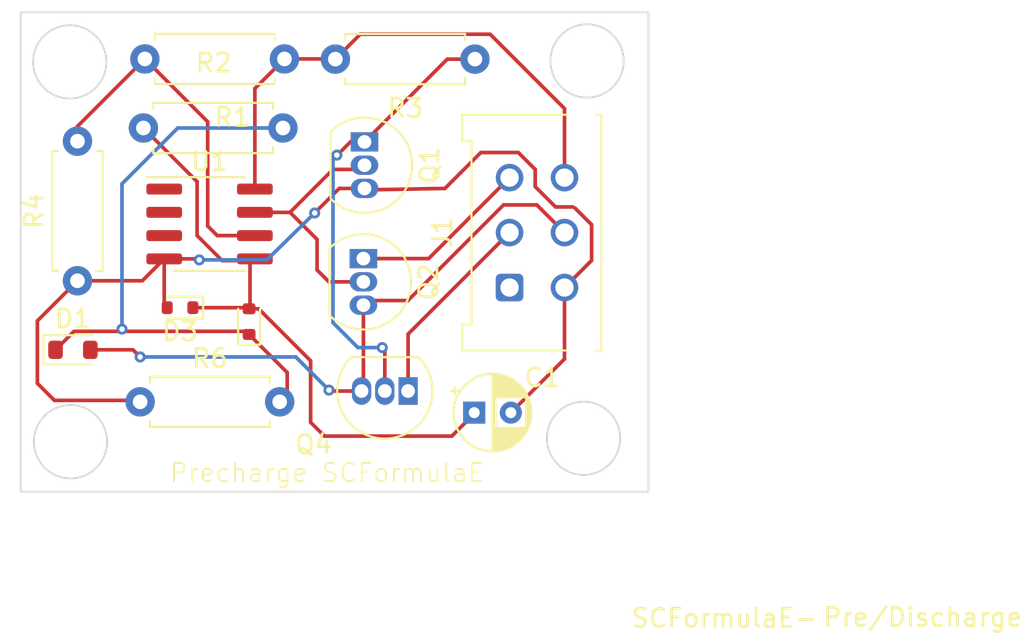
<source format=kicad_pcb>
(kicad_pcb (version 20221018) (generator pcbnew)
  (layers (0 "F.Cu" signal) (31 "B.Cu" signal) (34 "B.Paste" user) (35 "F.Paste" user) (36 "B.SilkS" user "B.Silkscreen") (37 "F.SilkS" user "F.Silkscreen") (38 "B.Mask" user) (39 "F.Mask" user) (44 "Edge.Cuts" user))
  (net 0 "")
  (net 1 "Vcc")
  (net 2 "Net-(D2-A)")
  (net 3 "Net-(D1-K)")
  (net 4 "/opamp_out_inv")
  (net 5 "PreAIR")
  (net 6 "/opamp_out")
  (net 7 "GND")
  (net 8 "SDCin")
  (net 9 "AIR+")
  (net 10 "Net-(U1-IN_B-)")
  (footprint "Resistor_THT:R_Axial_DIN0207_L6.3mm_D2.5mm_P7.62mm_Horizontal" (layer "F.Cu") (at 106.68 114.26)
    (fp_text reference "R2" (at 3.84 -3.56) (layer "F.SilkS"))
    (fp_text value "1.8M")
    (fp_line (start 0.54 -1.37) (end 7.08 -1.37) (stroke (width 0.12)) (layer "F.SilkS"))
    (fp_line (start 0.54 -1.04) (end 0.54 -1.37) (stroke (width 0.12)) (layer "F.SilkS"))
    (fp_line (start 0.54 1.04) (end 0.54 1.37) (stroke (width 0.12)) (layer "F.SilkS"))
    (fp_line (start 0.54 1.37) (end 7.08 1.37) (stroke (width 0.12)) (layer "F.SilkS"))
    (fp_line (start 7.08 -1.37) (end 7.08 -1.04) (stroke (width 0.12)) (layer "F.SilkS"))
    (fp_line (start 7.08 1.37) (end 7.08 1.04) (stroke (width 0.12)) (layer "F.SilkS"))
    (pad "1" thru_hole circle (at 0 0) (size 1.6 1.6) (drill 0.8) (layers "*.Cu" "*.Mask") (net 2 "Net-(D2-A)"))
    (pad "2" thru_hole oval (at 7.62 0) (size 1.6 1.6) (drill 0.8) (layers "*.Cu" "*.Mask") (net 3 "Net-(D1-K)"))
  )
  (footprint "Resistor_THT:R_Axial_DIN0207_L6.3mm_D2.5mm_P7.62mm_Horizontal" (layer "F.Cu") (at 103.08 122.6 90)
    (fp_text reference "R4" (at 3.81 -2.37 90) (layer "F.SilkS"))
    (fp_text value "10k")
    (fp_line (start 0.54 -1.37) (end 7.08 -1.37) (stroke (width 0.12)) (layer "F.SilkS"))
    (fp_line (start 0.54 -1.04) (end 0.54 -1.37) (stroke (width 0.12)) (layer "F.SilkS"))
    (fp_line (start 0.54 1.04) (end 0.54 1.37) (stroke (width 0.12)) (layer "F.SilkS"))
    (fp_line (start 0.54 1.37) (end 7.08 1.37) (stroke (width 0.12)) (layer "F.SilkS"))
    (fp_line (start 7.08 -1.37) (end 7.08 -1.04) (stroke (width 0.12)) (layer "F.SilkS"))
    (fp_line (start 7.08 1.37) (end 7.08 1.04) (stroke (width 0.12)) (layer "F.SilkS"))
    (pad "1" thru_hole circle (at 0 0 90) (size 1.6 1.6) (drill 0.8) (layers "*.Cu" "*.Mask") (net 7 "GND"))
    (pad "2" thru_hole oval (at 7.62 0 90) (size 1.6 1.6) (drill 0.8) (layers "*.Cu" "*.Mask") (net 10 "Net-(U1-IN_B-)"))
  )
  (footprint "Package_TO_SOT_THT:TO-92_Inline" (layer "F.Cu") (at 121.13 128.62 180)
    (fp_text reference "Q4" (at 5.16 -2.92) (layer "F.SilkS"))
    (fp_text value "VP3203N3-G")
    (fp_line (start -0.53 1.85) (end 3.07 1.85) (stroke (width 0.12)) (layer "F.SilkS"))
    (fp_arc (start -0.568478 1.838478) (mid -1.132087 -0.994977) (end 1.27 -2.6) (stroke (width 0.12)) (layer "F.SilkS"))
    (fp_arc (start 1.27 -2.6) (mid 3.672087 -0.994977) (end 3.108478 1.838478) (stroke (width 0.12)) (layer "F.SilkS"))
    (pad "1" thru_hole rect (at 0 0 180) (size 1.05 1.5) (drill 0.75) (layers "*.Cu" "*.Mask") (net 9 "AIR+"))
    (pad "2" thru_hole oval (at 1.27 0 180) (size 1.05 1.5) (drill 0.75) (layers "*.Cu" "*.Mask") (net 4 "/opamp_out_inv"))
    (pad "3" thru_hole oval (at 2.54 0 180) (size 1.05 1.5) (drill 0.75) (layers "*.Cu" "*.Mask") (net 8 "SDCin"))
  )
  (footprint "Connector_Molex:Molex_Micro-Fit_3.0_43045-0612_2x03_P3.00mm_Vertical" (layer "F.Cu") (at 126.67 122.97 90)
    (fp_text reference "J1" (at 3 -3.67 90) (layer "F.SilkS"))
    (fp_text value "Conn_01x06")
    (fp_line (start -3.435 -2.58) (end -2.015 -2.58) (stroke (width 0.12)) (layer "F.SilkS"))
    (fp_line (start -3.435 3.18) (end -3.435 -2.58) (stroke (width 0.12)) (layer "F.SilkS"))
    (fp_line (start -3.435 4.7) (end -3.435 5.01) (stroke (width 0.12)) (layer "F.SilkS"))
    (fp_line (start -3.435 5.01) (end 9.435 5.01) (stroke (width 0.12)) (layer "F.SilkS"))
    (fp_line (start -2.015 -2.58) (end -2.015 -2.08) (stroke (width 0.12)) (layer "F.SilkS"))
    (fp_line (start -2.015 -2.08) (end 8.015 -2.08) (stroke (width 0.12)) (layer "F.SilkS"))
    (fp_line (start 8.015 -2.58) (end 9.435 -2.58) (stroke (width 0.12)) (layer "F.SilkS"))
    (fp_line (start 8.015 -2.08) (end 8.015 -2.58) (stroke (width 0.12)) (layer "F.SilkS"))
    (fp_line (start 9.435 -2.58) (end 9.435 3.18) (stroke (width 0.12)) (layer "F.SilkS"))
    (fp_line (start 9.435 5.01) (end 9.435 4.7) (stroke (width 0.12)) (layer "F.SilkS"))
    (pad "" np_thru_hole circle (at -3 3.94 90) (size 1 1) (drill 1) (layers "*.Cu" "*.Mask"))
    (pad "" np_thru_hole circle (at 9 3.94 90) (size 1 1) (drill 1) (layers "*.Cu" "*.Mask"))
    (pad "1" thru_hole roundrect (at 0 0 90) (size 1.5 1.5) (drill 1) (layers "*.Cu" "*.Mask") (roundrect_rratio 0.166667))
    (pad "2" thru_hole circle (at 3 0 90) (size 1.5 1.5) (drill 1) (layers "*.Cu" "*.Mask") (net 9 "AIR+"))
    (pad "3" thru_hole circle (at 6 0 90) (size 1.5 1.5) (drill 1) (layers "*.Cu" "*.Mask") (net 5 "PreAIR"))
    (pad "4" thru_hole circle (at 0 3 90) (size 1.5 1.5) (drill 1) (layers "*.Cu" "*.Mask") (net 7 "GND"))
    (pad "5" thru_hole circle (at 3 3 90) (size 1.5 1.5) (drill 1) (layers "*.Cu" "*.Mask") (net 8 "SDCin"))
    (pad "6" thru_hole circle (at 6 3 90) (size 1.5 1.5) (drill 1) (layers "*.Cu" "*.Mask") (net 1 "Vcc"))
  )
  (footprint "Resistor_THT:R_Axial_DIN0207_L6.3mm_D2.5mm_P7.62mm_Horizontal" (layer "F.Cu") (at 114.38 110.49 180)
    (fp_text reference "R1" (at 2.85 -3.18) (layer "F.SilkS"))
    (fp_text value "10k")
    (fp_line (start 0.54 -1.37) (end 7.08 -1.37) (stroke (width 0.12)) (layer "F.SilkS"))
    (fp_line (start 0.54 -1.04) (end 0.54 -1.37) (stroke (width 0.12)) (layer "F.SilkS"))
    (fp_line (start 0.54 1.04) (end 0.54 1.37) (stroke (width 0.12)) (layer "F.SilkS"))
    (fp_line (start 0.54 1.37) (end 7.08 1.37) (stroke (width 0.12)) (layer "F.SilkS"))
    (fp_line (start 7.08 -1.37) (end 7.08 -1.04) (stroke (width 0.12)) (layer "F.SilkS"))
    (fp_line (start 7.08 1.37) (end 7.08 1.04) (stroke (width 0.12)) (layer "F.SilkS"))
    (pad "1" thru_hole circle (at 0 0 180) (size 1.6 1.6) (drill 0.8) (layers "*.Cu" "*.Mask") (net 1 "Vcc"))
    (pad "2" thru_hole oval (at 7.62 0 180) (size 1.6 1.6) (drill 0.8) (layers "*.Cu" "*.Mask") (net 10 "Net-(U1-IN_B-)"))
  )
  (footprint "Resistor_THT:R_Axial_DIN0207_L6.3mm_D2.5mm_P7.62mm_Horizontal" (layer "F.Cu") (at 106.5 129.21)
    (fp_text reference "R6" (at 3.81 -2.37) (layer "F.SilkS"))
    (fp_text value "10k")
    (fp_line (start 0.54 -1.37) (end 7.08 -1.37) (stroke (width 0.12)) (layer "F.SilkS"))
    (fp_line (start 0.54 -1.04) (end 0.54 -1.37) (stroke (width 0.12)) (layer "F.SilkS"))
    (fp_line (start 0.54 1.04) (end 0.54 1.37) (stroke (width 0.12)) (layer "F.SilkS"))
    (fp_line (start 0.54 1.37) (end 7.08 1.37) (stroke (width 0.12)) (layer "F.SilkS"))
    (fp_line (start 7.08 -1.37) (end 7.08 -1.04) (stroke (width 0.12)) (layer "F.SilkS"))
    (fp_line (start 7.08 1.37) (end 7.08 1.04) (stroke (width 0.12)) (layer "F.SilkS"))
    (pad "1" thru_hole circle (at 0 0) (size 1.6 1.6) (drill 0.8) (layers "*.Cu" "*.Mask") (net 7 "GND"))
    (pad "2" thru_hole oval (at 7.62 0) (size 1.6 1.6) (drill 0.8) (layers "*.Cu" "*.Mask") (net 3 "Net-(D1-K)"))
  )
  (footprint "Diode_SMD:D_SOD-110" (layer "F.Cu") (at 102.8325 126.37)
    (fp_text reference "D1" (at 0 -1.7) (layer "F.SilkS"))
    (fp_text value "PD3S0230")
    (fp_line (start -1.61 -0.8) (end -1.61 0.8) (stroke (width 0.12)) (layer "F.SilkS"))
    (fp_line (start -1.61 -0.8) (end 1.05 -0.8) (stroke (width 0.12)) (layer "F.SilkS"))
    (fp_line (start -1.61 0.8) (end 1.05 0.8) (stroke (width 0.12)) (layer "F.SilkS"))
    (pad "1" smd roundrect (at -0.95 0) (size 0.8 1) (layers "F.Cu" "F.Paste" "F.Mask") (net 3 "Net-(D1-K)"))
    (pad "2" smd roundrect (at 0.95 0) (size 0.8 1) (layers "F.Cu" "F.Paste" "F.Mask") (net 8 "SDCin"))
  )
  (footprint "Diode_SMD:D_SOD-523" (layer "F.Cu") (at 112.45 124.83 90)
    (fp_text reference "D2" hide)
    (fp_text value "1N4148WTQ-7")
    (fp_line (start -1.26 -0.6) (end -1.26 0.6) (stroke (width 0.12)) (layer "F.SilkS"))
    (fp_line (start 0.7 -0.6) (end -1.26 -0.6) (stroke (width 0.12)) (layer "F.SilkS"))
    (fp_line (start 0.7 0.6) (end -1.26 0.6) (stroke (width 0.12)) (layer "F.SilkS"))
    (pad "1" smd roundrect (at -0.7 0 270) (size 0.6 0.7) (layers "F.Cu" "F.Paste" "F.Mask") (net 3 "Net-(D1-K)"))
    (pad "2" smd roundrect (at 0.7 0 270) (size 0.6 0.7) (layers "F.Cu" "F.Paste" "F.Mask") (net 2 "Net-(D2-A)"))
  )
  (footprint "Package_TO_SOT_THT:TO-92_Inline" (layer "F.Cu") (at 118.69 121.39 -90)
    (fp_text reference "Q2" (at 1.27 -3.56 90) (layer "F.SilkS"))
    (fp_text value "VP3203N3-G")
    (fp_line (start -0.53 1.85) (end 3.07 1.85) (stroke (width 0.12)) (layer "F.SilkS"))
    (fp_arc (start -0.568478 1.838478) (mid -1.132087 -0.994977) (end 1.27 -2.6) (stroke (width 0.12)) (layer "F.SilkS"))
    (fp_arc (start 1.27 -2.6) (mid 3.672087 -0.994977) (end 3.108478 1.838478) (stroke (width 0.12)) (layer "F.SilkS"))
    (pad "1" thru_hole rect (at 0 0 270) (size 1.05 1.5) (drill 0.75) (layers "*.Cu" "*.Mask") (net 5 "PreAIR"))
    (pad "2" thru_hole oval (at 1.27 0 270) (size 1.05 1.5) (drill 0.75) (layers "*.Cu" "*.Mask") (net 6 "/opamp_out"))
    (pad "3" thru_hole oval (at 2.54 0 270) (size 1.05 1.5) (drill 0.75) (layers "*.Cu" "*.Mask") (net 8 "SDCin"))
  )
  (footprint "Resistor_THT:R_Axial_DIN0207_L6.3mm_D2.5mm_P7.62mm_Horizontal" (layer "F.Cu") (at 124.78 110.5 180)
    (fp_text reference "R3" (at 3.81 -2.68) (layer "F.SilkS"))
    (fp_text value "10k")
    (fp_line (start 0.54 -1.37) (end 7.08 -1.37) (stroke (width 0.12)) (layer "F.SilkS"))
    (fp_line (start 0.54 -1.04) (end 0.54 -1.37) (stroke (width 0.12)) (layer "F.SilkS"))
    (fp_line (start 0.54 1.04) (end 0.54 1.37) (stroke (width 0.12)) (layer "F.SilkS"))
    (fp_line (start 0.54 1.37) (end 7.08 1.37) (stroke (width 0.12)) (layer "F.SilkS"))
    (fp_line (start 7.08 -1.37) (end 7.08 -1.04) (stroke (width 0.12)) (layer "F.SilkS"))
    (fp_line (start 7.08 1.37) (end 7.08 1.04) (stroke (width 0.12)) (layer "F.SilkS"))
    (pad "1" thru_hole circle (at 0 0 180) (size 1.6 1.6) (drill 0.8) (layers "*.Cu" "*.Mask") (net 4 "/opamp_out_inv"))
    (pad "2" thru_hole oval (at 7.62 0 180) (size 1.6 1.6) (drill 0.8) (layers "*.Cu" "*.Mask") (net 1 "Vcc"))
  )
  (footprint "Diode_SMD:D_SOD-523" (layer "F.Cu") (at 108.68 124.07 180)
    (fp_text reference "D3" (at 0 -1.3) (layer "F.SilkS"))
    (fp_text value "1N4148WTQ-7")
    (fp_line (start -1.26 -0.6) (end -1.26 0.6) (stroke (width 0.12)) (layer "F.SilkS"))
    (fp_line (start 0.7 -0.6) (end -1.26 -0.6) (stroke (width 0.12)) (layer "F.SilkS"))
    (fp_line (start 0.7 0.6) (end -1.26 0.6) (stroke (width 0.12)) (layer "F.SilkS"))
    (pad "1" smd roundrect (at -0.7 0) (size 0.6 0.7) (layers "F.Cu" "F.Paste" "F.Mask") (net 2 "Net-(D2-A)"))
    (pad "2" smd roundrect (at 0.7 0) (size 0.6 0.7) (layers "F.Cu" "F.Paste" "F.Mask") (net 7 "GND"))
  )
  (footprint "Capacitor_THT:CP_Radial_D4.0mm_P2.00mm" (layer "F.Cu") (at 124.74 129.8)
    (fp_text reference "C1" (at 3.72 -1.91) (layer "F.SilkS"))
    (fp_text value "10uF")
    (fp_line (start -1.269801 -1.195) (end -0.869801 -1.195) (stroke (width 0.12)) (layer "F.SilkS"))
    (fp_line (start -1.069801 -1.395) (end -1.069801 -0.995) (stroke (width 0.12)) (layer "F.SilkS"))
    (fp_line (start 1 -2.08) (end 1 2.08) (stroke (width 0.12)) (layer "F.SilkS"))
    (fp_line (start 1.04 -2.08) (end 1.04 2.08) (stroke (width 0.12)) (layer "F.SilkS"))
    (fp_line (start 1.08 -2.079) (end 1.08 2.079) (stroke (width 0.12)) (layer "F.SilkS"))
    (fp_line (start 1.12 -2.077) (end 1.12 2.077) (stroke (width 0.12)) (layer "F.SilkS"))
    (fp_line (start 1.16 -2.074) (end 1.16 2.074) (stroke (width 0.12)) (layer "F.SilkS"))
    (fp_line (start 1.2 -2.071) (end 1.2 -0.84) (stroke (width 0.12)) (layer "F.SilkS"))
    (fp_line (start 1.2 0.84) (end 1.2 2.071) (stroke (width 0.12)) (layer "F.SilkS"))
    (fp_line (start 1.24 -2.067) (end 1.24 -0.84) (stroke (width 0.12)) (layer "F.SilkS"))
    (fp_line (start 1.24 0.84) (end 1.24 2.067) (stroke (width 0.12)) (layer "F.SilkS"))
    (fp_line (start 1.28 -2.062) (end 1.28 -0.84) (stroke (width 0.12)) (layer "F.SilkS"))
    (fp_line (start 1.28 0.84) (end 1.28 2.062) (stroke (width 0.12)) (layer "F.SilkS"))
    (fp_line (start 1.32 -2.056) (end 1.32 -0.84) (stroke (width 0.12)) (layer "F.SilkS"))
    (fp_line (start 1.32 0.84) (end 1.32 2.056) (stroke (width 0.12)) (layer "F.SilkS"))
    (fp_line (start 1.36 -2.05) (end 1.36 -0.84) (stroke (width 0.12)) (layer "F.SilkS"))
    (fp_line (start 1.36 0.84) (end 1.36 2.05) (stroke (width 0.12)) (layer "F.SilkS"))
    (fp_line (start 1.4 -2.042) (end 1.4 -0.84) (stroke (width 0.12)) (layer "F.SilkS"))
    (fp_line (start 1.4 0.84) (end 1.4 2.042) (stroke (width 0.12)) (layer "F.SilkS"))
    (fp_line (start 1.44 -2.034) (end 1.44 -0.84) (stroke (width 0.12)) (layer "F.SilkS"))
    (fp_line (start 1.44 0.84) (end 1.44 2.034) (stroke (width 0.12)) (layer "F.SilkS"))
    (fp_line (start 1.48 -2.025) (end 1.48 -0.84) (stroke (width 0.12)) (layer "F.SilkS"))
    (fp_line (start 1.48 0.84) (end 1.48 2.025) (stroke (width 0.12)) (layer "F.SilkS"))
    (fp_line (start 1.52 -2.016) (end 1.52 -0.84) (stroke (width 0.12)) (layer "F.SilkS"))
    (fp_line (start 1.52 0.84) (end 1.52 2.016) (stroke (width 0.12)) (layer "F.SilkS"))
    (fp_line (start 1.56 -2.005) (end 1.56 -0.84) (stroke (width 0.12)) (layer "F.SilkS"))
    (fp_line (start 1.56 0.84) (end 1.56 2.005) (stroke (width 0.12)) (layer "F.SilkS"))
    (fp_line (start 1.6 -1.994) (end 1.6 -0.84) (stroke (width 0.12)) (layer "F.SilkS"))
    (fp_line (start 1.6 0.84) (end 1.6 1.994) (stroke (width 0.12)) (layer "F.SilkS"))
    (fp_line (start 1.64 -1.982) (end 1.64 -0.84) (stroke (width 0.12)) (layer "F.SilkS"))
    (fp_line (start 1.64 0.84) (end 1.64 1.982) (stroke (width 0.12)) (layer "F.SilkS"))
    (fp_line (start 1.68 -1.968) (end 1.68 -0.84) (stroke (width 0.12)) (layer "F.SilkS"))
    (fp_line (start 1.68 0.84) (end 1.68 1.968) (stroke (width 0.12)) (layer "F.SilkS"))
    (fp_line (start 1.721 -1.954) (end 1.721 -0.84) (stroke (width 0.12)) (layer "F.SilkS"))
    (fp_line (start 1.721 0.84) (end 1.721 1.954) (stroke (width 0.12)) (layer "F.SilkS"))
    (fp_line (start 1.761 -1.94) (end 1.761 -0.84) (stroke (width 0.12)) (layer "F.SilkS"))
    (fp_line (start 1.761 0.84) (end 1.761 1.94) (stroke (width 0.12)) (layer "F.SilkS"))
    (fp_line (start 1.801 -1.924) (end 1.801 -0.84) (stroke (width 0.12)) (layer "F.SilkS"))
    (fp_line (start 1.801 0.84) (end 1.801 1.924) (stroke (width 0.12)) (layer "F.SilkS"))
    (fp_line (start 1.841 -1.907) (end 1.841 -0.84) (stroke (width 0.12)) (layer "F.SilkS"))
    (fp_line (start 1.841 0.84) (end 1.841 1.907) (stroke (width 0.12)) (layer "F.SilkS"))
    (fp_line (start 1.881 -1.889) (end 1.881 -0.84) (stroke (width 0.12)) (layer "F.SilkS"))
    (fp_line (start 1.881 0.84) (end 1.881 1.889) (stroke (width 0.12)) (layer "F.SilkS"))
    (fp_line (start 1.921 -1.87) (end 1.921 -0.84) (stroke (width 0.12)) (layer "F.SilkS"))
    (fp_line (start 1.921 0.84) (end 1.921 1.87) (stroke (width 0.12)) (layer "F.SilkS"))
    (fp_line (start 1.961 -1.851) (end 1.961 -0.84) (stroke (width 0.12)) (layer "F.SilkS"))
    (fp_line (start 1.961 0.84) (end 1.961 1.851) (stroke (width 0.12)) (layer "F.SilkS"))
    (fp_line (start 2.001 -1.83) (end 2.001 -0.84) (stroke (width 0.12)) (layer "F.SilkS"))
    (fp_line (start 2.001 0.84) (end 2.001 1.83) (stroke (width 0.12)) (layer "F.SilkS"))
    (fp_line (start 2.041 -1.808) (end 2.041 -0.84) (stroke (width 0.12)) (layer "F.SilkS"))
    (fp_line (start 2.041 0.84) (end 2.041 1.808) (stroke (width 0.12)) (layer "F.SilkS"))
    (fp_line (start 2.081 -1.785) (end 2.081 -0.84) (stroke (width 0.12)) (layer "F.SilkS"))
    (fp_line (start 2.081 0.84) (end 2.081 1.785) (stroke (width 0.12)) (layer "F.SilkS"))
    (fp_line (start 2.121 -1.76) (end 2.121 -0.84) (stroke (width 0.12)) (layer "F.SilkS"))
    (fp_line (start 2.121 0.84) (end 2.121 1.76) (stroke (width 0.12)) (layer "F.SilkS"))
    (fp_line (start 2.161 -1.735) (end 2.161 -0.84) (stroke (width 0.12)) (layer "F.SilkS"))
    (fp_line (start 2.161 0.84) (end 2.161 1.735) (stroke (width 0.12)) (layer "F.SilkS"))
    (fp_line (start 2.201 -1.708) (end 2.201 -0.84) (stroke (width 0.12)) (layer "F.SilkS"))
    (fp_line (start 2.201 0.84) (end 2.201 1.708) (stroke (width 0.12)) (layer "F.SilkS"))
    (fp_line (start 2.241 -1.68) (end 2.241 -0.84) (stroke (width 0.12)) (layer "F.SilkS"))
    (fp_line (start 2.241 0.84) (end 2.241 1.68) (stroke (width 0.12)) (layer "F.SilkS"))
    (fp_line (start 2.281 -1.65) (end 2.281 -0.84) (stroke (width 0.12)) (layer "F.SilkS"))
    (fp_line (start 2.281 0.84) (end 2.281 1.65) (stroke (width 0.12)) (layer "F.SilkS"))
    (fp_line (start 2.321 -1.619) (end 2.321 -0.84) (stroke (width 0.12)) (layer "F.SilkS"))
    (fp_line (start 2.321 0.84) (end 2.321 1.619) (stroke (width 0.12)) (layer "F.SilkS"))
    (fp_line (start 2.361 -1.587) (end 2.361 -0.84) (stroke (width 0.12)) (layer "F.SilkS"))
    (fp_line (start 2.361 0.84) (end 2.361 1.587) (stroke (width 0.12)) (layer "F.SilkS"))
    (fp_line (start 2.401 -1.552) (end 2.401 -0.84) (stroke (width 0.12)) (layer "F.SilkS"))
    (fp_line (start 2.401 0.84) (end 2.401 1.552) (stroke (width 0.12)) (layer "F.SilkS"))
    (fp_line (start 2.441 -1.516) (end 2.441 -0.84) (stroke (width 0.12)) (layer "F.SilkS"))
    (fp_line (start 2.441 0.84) (end 2.441 1.516) (stroke (width 0.12)) (layer "F.SilkS"))
    (fp_line (start 2.481 -1.478) (end 2.481 -0.84) (stroke (width 0.12)) (layer "F.SilkS"))
    (fp_line (start 2.481 0.84) (end 2.481 1.478) (stroke (width 0.12)) (layer "F.SilkS"))
    (fp_line (start 2.521 -1.438) (end 2.521 -0.84) (stroke (width 0.12)) (layer "F.SilkS"))
    (fp_line (start 2.521 0.84) (end 2.521 1.438) (stroke (width 0.12)) (layer "F.SilkS"))
    (fp_line (start 2.561 -1.396) (end 2.561 -0.84) (stroke (width 0.12)) (layer "F.SilkS"))
    (fp_line (start 2.561 0.84) (end 2.561 1.396) (stroke (width 0.12)) (layer "F.SilkS"))
    (fp_line (start 2.601 -1.351) (end 2.601 -0.84) (stroke (width 0.12)) (layer "F.SilkS"))
    (fp_line (start 2.601 0.84) (end 2.601 1.351) (stroke (width 0.12)) (layer "F.SilkS"))
    (fp_line (start 2.641 -1.304) (end 2.641 -0.84) (stroke (width 0.12)) (layer "F.SilkS"))
    (fp_line (start 2.641 0.84) (end 2.641 1.304) (stroke (width 0.12)) (layer "F.SilkS"))
    (fp_line (start 2.681 -1.254) (end 2.681 -0.84) (stroke (width 0.12)) (layer "F.SilkS"))
    (fp_line (start 2.681 0.84) (end 2.681 1.254) (stroke (width 0.12)) (layer "F.SilkS"))
    (fp_line (start 2.721 -1.2) (end 2.721 -0.84) (stroke (width 0.12)) (layer "F.SilkS"))
    (fp_line (start 2.721 0.84) (end 2.721 1.2) (stroke (width 0.12)) (layer "F.SilkS"))
    (fp_line (start 2.761 -1.142) (end 2.761 -0.84) (stroke (width 0.12)) (layer "F.SilkS"))
    (fp_line (start 2.761 0.84) (end 2.761 1.142) (stroke (width 0.12)) (layer "F.SilkS"))
    (fp_line (start 2.801 -1.08) (end 2.801 -0.84) (stroke (width 0.12)) (layer "F.SilkS"))
    (fp_line (start 2.801 0.84) (end 2.801 1.08) (stroke (width 0.12)) (layer "F.SilkS"))
    (fp_line (start 2.841 -1.013) (end 2.841 1.013) (stroke (width 0.12)) (layer "F.SilkS"))
    (fp_line (start 2.881 -0.94) (end 2.881 0.94) (stroke (width 0.12)) (layer "F.SilkS"))
    (fp_line (start 2.921 -0.859) (end 2.921 0.859) (stroke (width 0.12)) (layer "F.SilkS"))
    (fp_line (start 2.961 -0.768) (end 2.961 0.768) (stroke (width 0.12)) (layer "F.SilkS"))
    (fp_line (start 3.001 -0.664) (end 3.001 0.664) (stroke (width 0.12)) (layer "F.SilkS"))
    (fp_line (start 3.041 -0.537) (end 3.041 0.537) (stroke (width 0.12)) (layer "F.SilkS"))
    (fp_line (start 3.081 -0.37) (end 3.081 0.37) (stroke (width 0.12)) (layer "F.SilkS"))
    (fp_circle (center 1 0) (end 3.12 0) (stroke (width 0.12)) (fill none) (layer "F.SilkS"))
    (pad "1" thru_hole rect (at 0 0) (size 1.2 1.2) (drill 0.6) (layers "*.Cu" "*.Mask") (net 2 "Net-(D2-A)"))
    (pad "2" thru_hole circle (at 2 0) (size 1.2 1.2) (drill 0.6) (layers "*.Cu" "*.Mask") (net 7 "GND"))
  )
  (footprint "Package_TO_SOT_THT:TO-92_Inline" (layer "F.Cu") (at 118.75 115.02 -90)
    (fp_text reference "Q1" (at 1.27 -3.56 90) (layer "F.SilkS"))
    (fp_text value "VN3205N3-G")
    (fp_line (start -0.53 1.85) (end 3.07 1.85) (stroke (width 0.12)) (layer "F.SilkS"))
    (fp_arc (start -0.568478 1.838478) (mid -1.132087 -0.994977) (end 1.27 -2.6) (stroke (width 0.12)) (layer "F.SilkS"))
    (fp_arc (start 1.27 -2.6) (mid 3.672087 -0.994977) (end 3.108478 1.838478) (stroke (width 0.12)) (layer "F.SilkS"))
    (pad "1" thru_hole rect (at 0 0 270) (size 1.05 1.5) (drill 0.75) (layers "*.Cu" "*.Mask") (net 4 "/opamp_out_inv"))
    (pad "2" thru_hole oval (at 1.27 0 270) (size 1.05 1.5) (drill 0.75) (layers "*.Cu" "*.Mask") (net 6 "/opamp_out"))
    (pad "3" thru_hole oval (at 2.54 0 270) (size 1.05 1.5) (drill 0.75) (layers "*.Cu" "*.Mask") (net 7 "GND"))
  )
  (footprint "Package_SO:SOIC-8_3.9x4.9mm_P1.27mm" (layer "F.Cu") (at 110.29 119.5)
    (fp_text reference "U1" (at 0 -3.4) (layer "F.SilkS"))
    (fp_text value "LM358DR2G")
    (fp_line (start 0 -2.56) (end -3.45 -2.56) (stroke (width 0.12)) (layer "F.SilkS"))
    (fp_line (start 0 -2.56) (end 1.95 -2.56) (stroke (width 0.12)) (layer "F.SilkS"))
    (fp_line (start 0 2.56) (end -1.95 2.56) (stroke (width 0.12)) (layer "F.SilkS"))
    (fp_line (start 0 2.56) (end 1.95 2.56) (stroke (width 0.12)) (layer "F.SilkS"))
    (pad "1" smd roundrect (at -2.475 -1.905) (size 1.95 0.6) (layers "F.Cu" "F.Paste" "F.Mask"))
    (pad "2" smd roundrect (at -2.475 -0.635) (size 1.95 0.6) (layers "F.Cu" "F.Paste" "F.Mask"))
    (pad "3" smd roundrect (at -2.475 0.635) (size 1.95 0.6) (layers "F.Cu" "F.Paste" "F.Mask"))
    (pad "4" smd roundrect (at -2.475 1.905) (size 1.95 0.6) (layers "F.Cu" "F.Paste" "F.Mask") (net 7 "GND"))
    (pad "5" smd roundrect (at 2.475 1.905) (size 1.95 0.6) (layers "F.Cu" "F.Paste" "F.Mask") (net 2 "Net-(D2-A)"))
    (pad "6" smd roundrect (at 2.475 0.635) (size 1.95 0.6) (layers "F.Cu" "F.Paste" "F.Mask") (net 10 "Net-(U1-IN_B-)"))
    (pad "7" smd roundrect (at 2.475 -0.635) (size 1.95 0.6) (layers "F.Cu" "F.Paste" "F.Mask") (net 6 "/opamp_out"))
    (pad "8" smd roundrect (at 2.475 -1.905) (size 1.95 0.6) (layers "F.Cu" "F.Paste" "F.Mask") (net 1 "Vcc"))
  )
  (gr_circle (center 130.71 131.2) (end 132.71 131.2) (stroke (width 0.1)) (fill none) (layer "Edge.Cuts"))
  (gr_circle (center 130.9 110.6) (end 132.9 110.6) (stroke (width 0.1)) (fill none) (layer "Edge.Cuts"))
  (gr_circle (center 102.66 110.65) (end 104.66 110.65) (stroke (width 0.1)) (fill none) (layer "Edge.Cuts"))
  (gr_circle (center 102.7 131.39) (end 104.7 131.39) (stroke (width 0.1)) (fill none) (layer "Edge.Cuts"))
  (gr_rect (start 99.979 107.95) (end 134.254 134.111) (stroke (width 0.1)) (fill none) (layer "Edge.Cuts"))
  (gr_text "Pre/Discharge" (at 149.225 140.97) (layer "F.SilkS") (effects (font (size 1 1))))
  (gr_text "SCFormulaE-" (at 133.223 141.605) (layer "F.SilkS") (effects (font (size 1 1)) (justify left bottom)))
  (gr_text "Precharge SCFormulaE" (at 108.05 133.67) (layer "F.SilkS") (effects (font (size 1 1) (thickness 0.1)) (justify left bottom)))
  (segment (start 114.38 110.49) (end 112.765 112.105) (width 0.2) (layer "F.Cu") (net 1))
  (segment (start 117.15 110.49) (end 117.16 110.5) (width 0.2) (layer "F.Cu") (net 1))
  (segment (start 129.67 113.2) (end 129.67 116.97) (width 0.2) (layer "F.Cu") (net 1))
  (segment (start 118.52 109.14) (end 125.61 109.14) (width 0.2) (layer "F.Cu") (net 1))
  (segment (start 112.765 112.105) (end 112.765 117.595) (width 0.2) (layer "F.Cu") (net 1))
  (segment (start 114.38 110.49) (end 117.15 110.49) (width 0.2) (layer "F.Cu") (net 1))
  (segment (start 125.61 109.14) (end 129.67 113.2) (width 0.2) (layer "F.Cu") (net 1))
  (segment (start 117.16 110.5) (end 118.52 109.14) (width 0.2) (layer "F.Cu") (net 1))
  (segment (start 109.38 124.07) (end 112.5 124.07) (width 0.2) (layer "F.Cu") (net 2))
  (segment (start 124.74 129.86) (end 123.52 131.08) (width 0.2) (layer "F.Cu") (net 2))
  (segment (start 112.5 124.07) (end 112.5 121.67) (width 0.2) (layer "F.Cu") (net 2))
  (segment (start 123.52 131.08) (end 116.56 131.08) (width 0.2) (layer "F.Cu") (net 2))
  (segment (start 106.68 114.26) (end 109.61 117.19) (width 0.2) (layer "F.Cu") (net 2))
  (segment (start 115.81 126.97) (end 112.97 124.13) (width 0.2) (layer "F.Cu") (net 2))
  (segment (start 112.5 121.67) (end 112.765 121.405) (width 0.2) (layer "F.Cu") (net 2))
  (segment (start 115.81 130.33) (end 115.81 126.97) (width 0.2) (layer "F.Cu") (net 2))
  (segment (start 112.97 124.13) (end 112.45 124.13) (width 0.2) (layer "F.Cu") (net 2))
  (segment (start 109.61 117.19) (end 109.61 120.13) (width 0.2) (layer "F.Cu") (net 2))
  (segment (start 109.61 120.13) (end 110.98 121.5) (width 0.2) (layer "F.Cu") (net 2))
  (segment (start 124.74 129.8) (end 124.74 129.86) (width 0.2) (layer "F.Cu") (net 2))
  (segment (start 110.98 121.5) (end 112.67 121.5) (width 0.2) (layer "F.Cu") (net 2))
  (segment (start 112.67 121.5) (end 112.765 121.405) (width 0.2) (layer "F.Cu") (net 2))
  (segment (start 116.56 131.08) (end 115.81 130.33) (width 0.2) (layer "F.Cu") (net 2))
  (segment (start 102.8925 125.36) (end 105.39 125.36) (width 0.2) (layer "F.Cu") (net 3))
  (segment (start 105.63 125.36) (end 112.28 125.36) (width 0.2) (layer "F.Cu") (net 3))
  (segment (start 114.53 128.8) (end 114.12 129.21) (width 0.2) (layer "F.Cu") (net 3))
  (segment (start 112.45 125.53) (end 114.53 127.61) (width 0.2) (layer "F.Cu") (net 3))
  (segment (start 101.8825 126.37) (end 102.8925 125.36) (width 0.2) (layer "F.Cu") (net 3))
  (segment (start 105.51 125.24) (end 105.63 125.36) (width 0.2) (layer "F.Cu") (net 3))
  (segment (start 105.39 125.36) (end 105.51 125.24) (width 0.2) (layer "F.Cu") (net 3))
  (segment (start 114.53 127.61) (end 114.53 128.8) (width 0.2) (layer "F.Cu") (net 3))
  (segment (start 112.28 125.36) (end 112.45 125.53) (width 0.2) (layer "F.Cu") (net 3))
  (via (at 105.51 125.24) (size 0.6) (drill 0.3) (layers "F.Cu" "B.Cu") (net 3))
  (segment (start 105.51 117.31) (end 108.56 114.26) (width 0.2) (layer "B.Cu") (net 3))
  (segment (start 105.51 125.24) (end 105.51 117.31) (width 0.2) (layer "B.Cu") (net 3))
  (segment (start 108.56 114.26) (end 114.3 114.26) (width 0.2) (layer "B.Cu") (net 3))
  (segment (start 119.86 126.39) (end 119.72 126.25) (width 0.2) (layer "F.Cu") (net 4))
  (segment (start 117.26 115.74) (end 117.24 115.74) (width 0.2) (layer "F.Cu") (net 4))
  (segment (start 118.75 115.02) (end 117.98 115.02) (width 0.2) (layer "F.Cu") (net 4))
  (segment (start 124.78 110.5) (end 123.27 110.5) (width 0.2) (layer "F.Cu") (net 4))
  (segment (start 119.86 128.62) (end 119.86 126.39) (width 0.2) (layer "F.Cu") (net 4))
  (segment (start 117.98 115.02) (end 117.26 115.74) (width 0.2) (layer "F.Cu") (net 4))
  (segment (start 123.27 110.5) (end 118.75 115.02) (width 0.2) (layer "F.Cu") (net 4))
  (via (at 119.72 126.25) (size 0.6) (drill 0.3) (layers "F.Cu" "B.Cu") (net 4))
  (via (at 117.24 115.74) (size 0.6) (drill 0.3) (layers "F.Cu" "B.Cu") (net 4))
  (segment (start 119.72 126.25) (end 118.39 126.25) (width 0.2) (layer "B.Cu") (net 4))
  (segment (start 117.03 124.89) (end 117.03 115.95) (width 0.2) (layer "B.Cu") (net 4))
  (segment (start 118.39 126.25) (end 117.03 124.89) (width 0.2) (layer "B.Cu") (net 4))
  (segment (start 117.03 115.95) (end 117.24 115.74) (width 0.2) (layer "B.Cu") (net 4))
  (segment (start 118.69 121.39) (end 122.25 121.39) (width 0.2) (layer "F.Cu") (net 5))
  (segment (start 122.25 121.39) (end 126.67 116.97) (width 0.2) (layer "F.Cu") (net 5))
  (segment (start 118.52 116.52) (end 118.75 116.29) (width 0.2) (layer "F.Cu") (net 6))
  (segment (start 118.69 122.66) (end 116.81 122.66) (width 0.2) (layer "F.Cu") (net 6))
  (segment (start 117.03 116.52) (end 118.52 116.52) (width 0.2) (layer "F.Cu") (net 6))
  (segment (start 116.16 122.01) (end 116.16 120.34) (width 0.2) (layer "F.Cu") (net 6))
  (segment (start 112.765 118.865) (end 114.685 118.865) (width 0.2) (layer "F.Cu") (net 6))
  (segment (start 116.16 120.34) (end 114.685 118.865) (width 0.2) (layer "F.Cu") (net 6))
  (segment (start 116.81 122.66) (end 116.16 122.01) (width 0.2) (layer "F.Cu") (net 6))
  (segment (start 114.685 118.865) (end 117.03 116.52) (width 0.2) (layer "F.Cu") (net 6))
  (segment (start 131.15 121.49) (end 131.15 119.54) (width 0.2) (layer "F.Cu") (net 7))
  (segment (start 118.76 117.64) (end 123.14 117.56) (width 0.2) (layer "F.Cu") (net 7))
  (segment (start 123.14 117.56) (end 125.1 115.6) (width 0.2) (layer "F.Cu") (net 7))
  (segment (start 107.815 121.405) (end 109.655 121.405) (width 0.2) (layer "F.Cu") (net 7))
  (segment (start 103.08 122.6) (end 106.62 122.6) (width 0.2) (layer "F.Cu") (net 7))
  (segment (start 109.73 121.46) (end 109.73 121.48) (width 0.2) (layer "F.Cu") (net 7))
  (segment (start 117.37 117.56) (end 116.03 118.9) (width 0.2) (layer "F.Cu") (net 7))
  (segment (start 109.71 121.46) (end 109.73 121.46) (width 0.2) (layer "F.Cu") (net 7))
  (segment (start 100.89 128.2) (end 101.82 129.13) (width 0.2) (layer "F.Cu") (net 7))
  (segment (start 107.815 123.905) (end 107.98 124.07) (width 0.2) (layer "F.Cu") (net 7))
  (segment (start 109.655 121.405) (end 109.71 121.46) (width 0.2) (layer "F.Cu") (net 7))
  (segment (start 127.15 115.6) (end 128.07 116.52) (width 0.2) (layer "F.Cu") (net 7))
  (segment (start 131.15 119.54) (end 130.24 118.63) (width 0.2) (layer "F.Cu") (net 7))
  (segment (start 129.67 122.97) (end 131.15 121.49) (width 0.2) (layer "F.Cu") (net 7))
  (segment (start 118.75 117.56) (end 117.37 117.56) (width 0.2) (layer "F.Cu") (net 7))
  (segment (start 128.07 117.46) (end 129.18 118.57) (width 0.2) (layer "F.Cu") (net 7))
  (segment (start 129.18 118.57) (end 130.13 118.57) (width 0.2) (layer "F.Cu") (net 7))
  (segment (start 129.67 126.87) (end 126.74 129.8) (width 0.2) (layer "F.Cu") (net 7))
  (segment (start 129.67 122.97) (end 129.67 126.87) (width 0.2) (layer "F.Cu") (net 7))
  (segment (start 101.82 129.13) (end 106.42 129.13) (width 0.2) (layer "F.Cu") (net 7))
  (segment (start 125.1 115.6) (end 127.15 115.6) (width 0.2) (layer "F.Cu") (net 7))
  (segment (start 106.42 129.13) (end 106.5 129.21) (width 0.2) (layer "F.Cu") (net 7))
  (segment (start 100.89 124.79) (end 100.89 128.2) (width 0.2) (layer "F.Cu") (net 7))
  (segment (start 128.07 116.52) (end 128.07 117.46) (width 0.2) (layer "F.Cu") (net 7))
  (segment (start 106.62 122.6) (end 107.815 121.405) (width 0.2) (layer "F.Cu") (net 7))
  (segment (start 103.08 122.6) (end 100.89 124.79) (width 0.2) (layer "F.Cu") (net 7))
  (segment (start 118.75 117.56) (end 118.76 117.64) (width 0.2) (layer "F.Cu") (net 7))
  (segment (start 109.73 121.48) (end 109.67 121.42) (width 0.2) (layer "F.Cu") (net 7))
  (segment (start 107.815 121.405) (end 107.815 123.905) (width 0.2) (layer "F.Cu") (net 7))
  (via (at 116.03 118.9) (size 0.6) (drill 0.3) (layers "F.Cu" "B.Cu") (net 7))
  (via (at 109.73 121.46) (size 0.6) (drill 0.3) (layers "F.Cu" "B.Cu") (net 7))
  (segment (start 113.42 121.46) (end 116.03 118.9) (width 0.2) (layer "B.Cu") (net 7))
  (segment (start 109.73 121.46) (end 113.42 121.46) (width 0.2) (layer "B.Cu") (net 7))
  (segment (start 118.69 123.93) (end 118.69 128.52) (width 0.2) (layer "F.Cu") (net 8))
  (segment (start 116.81 128.52) (end 116.89 128.6) (width 0.2) (layer "F.Cu") (net 8))
  (segment (start 116.86 128.57) (end 116.81 128.57) (width 0.2) (layer "F.Cu") (net 8))
  (segment (start 118.69 128.52) (end 118.59 128.62) (width 0.2) (layer "F.Cu") (net 8))
  (segment (start 116.91 128.62) (end 116.86 128.57) (width 0.2) (layer "F.Cu") (net 8))
  (segment (start 118.59 128.62) (end 116.91 128.62) (width 0.2) (layer "F.Cu") (net 8))
  (segment (start 118.94 123.68) (end 118.69 123.93) (width 0.2) (layer "F.Cu") (net 8))
  (segment (start 129.67 119.97) (end 128.16 118.46) (width 0.2) (layer "F.Cu") (net 8))
  (segment (start 103.7825 126.37) (end 106.11 126.37) (width 0.2) (layer "F.Cu") (net 8))
  (segment (start 106.11 126.37) (end 106.5 126.76) (width 0.2) (layer "F.Cu") (net 8))
  (segment (start 126.34 118.46) (end 121.12 123.68) (width 0.2) (layer "F.Cu") (net 8))
  (segment (start 121.12 123.68) (end 118.94 123.68) (width 0.2) (layer "F.Cu") (net 8))
  (segment (start 128.16 118.46) (end 126.34 118.46) (width 0.2) (layer "F.Cu") (net 8))
  (segment (start 116.81 128.57) (end 116.81 128.52) (width 0.2) (layer "F.Cu") (net 8))
  (via (at 116.81 128.57) (size 0.6) (drill 0.3) (layers "F.Cu" "B.Cu") (net 8))
  (via (at 106.5 126.76) (size 0.6) (drill 0.3) (layers "F.Cu" "B.Cu") (net 8))
  (segment (start 115 126.76) (end 116.81 128.57) (width 0.2) (layer "B.Cu") (net 8))
  (segment (start 106.5 126.76) (end 115 126.76) (width 0.2) (layer "B.Cu") (net 8))
  (segment (start 126.67 119.97) (end 121.13 125.51) (width 0.2) (layer "F.Cu") (net 9))
  (segment (start 121.13 125.51) (end 121.13 128.62) (width 0.2) (layer "F.Cu") (net 9))
  (segment (start 106.76 110.49) (end 110.19 113.92) (width 0.2) (layer "F.Cu") (net 10))
  (segment (start 110.19 119.61) (end 110.715 120.135) (width 0.2) (layer "F.Cu") (net 10))
  (segment (start 103.08 114.17) (end 106.76 110.49) (width 0.2) (layer "F.Cu") (net 10))
  (segment (start 103.08 114.98) (end 103.08 114.17) (width 0.2) (layer "F.Cu") (net 10))
  (segment (start 110.715 120.135) (end 112.765 120.135) (width 0.2) (layer "F.Cu") (net 10))
  (segment (start 110.19 113.92) (end 110.19 119.61) (width 0.2) (layer "F.Cu") (net 10))
)
</source>
